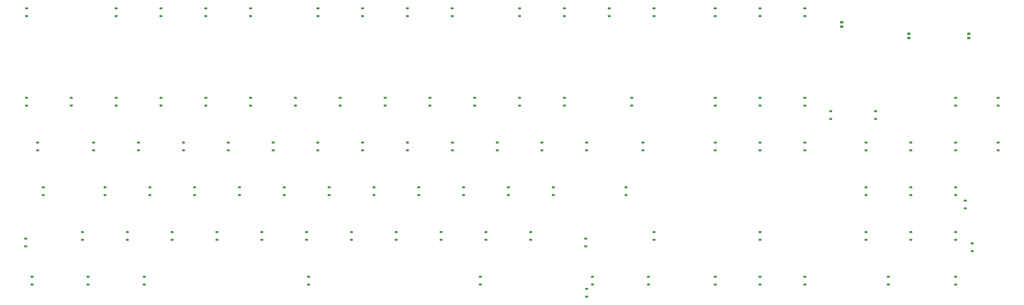
<source format=gbp>
%TF.GenerationSoftware,KiCad,Pcbnew,(6.0.10)*%
%TF.CreationDate,2023-01-23T12:02:21-06:00*%
%TF.ProjectId,AT101W,41543130-3157-42e6-9b69-6361645f7063,rev?*%
%TF.SameCoordinates,Original*%
%TF.FileFunction,Paste,Bot*%
%TF.FilePolarity,Positive*%
%FSLAX46Y46*%
G04 Gerber Fmt 4.6, Leading zero omitted, Abs format (unit mm)*
G04 Created by KiCad (PCBNEW (6.0.10)) date 2023-01-23 12:02:21*
%MOMM*%
%LPD*%
G01*
G04 APERTURE LIST*
G04 Aperture macros list*
%AMRoundRect*
0 Rectangle with rounded corners*
0 $1 Rounding radius*
0 $2 $3 $4 $5 $6 $7 $8 $9 X,Y pos of 4 corners*
0 Add a 4 corners polygon primitive as box body*
4,1,4,$2,$3,$4,$5,$6,$7,$8,$9,$2,$3,0*
0 Add four circle primitives for the rounded corners*
1,1,$1+$1,$2,$3*
1,1,$1+$1,$4,$5*
1,1,$1+$1,$6,$7*
1,1,$1+$1,$8,$9*
0 Add four rect primitives between the rounded corners*
20,1,$1+$1,$2,$3,$4,$5,0*
20,1,$1+$1,$4,$5,$6,$7,0*
20,1,$1+$1,$6,$7,$8,$9,0*
20,1,$1+$1,$8,$9,$2,$3,0*%
G04 Aperture macros list end*
%ADD10RoundRect,0.250000X-0.450000X0.262500X-0.450000X-0.262500X0.450000X-0.262500X0.450000X0.262500X0*%
%ADD11RoundRect,0.250000X0.450000X-0.262500X0.450000X0.262500X-0.450000X0.262500X-0.450000X-0.262500X0*%
%ADD12R,1.200000X0.900000*%
G04 APERTURE END LIST*
D10*
X373025000Y-20537500D03*
X373025000Y-22362500D03*
D11*
X401500000Y-27212500D03*
X401500000Y-25387500D03*
X427000000Y-27212500D03*
X427000000Y-25387500D03*
D12*
X26600000Y-17850000D03*
X26600000Y-14550000D03*
X64650000Y-17850000D03*
X64650000Y-14550000D03*
X83700000Y-17850000D03*
X83700000Y-14550000D03*
X102750000Y-17850000D03*
X102750000Y-14550000D03*
X121800000Y-17850000D03*
X121800000Y-14550000D03*
X150400000Y-17850000D03*
X150400000Y-14550000D03*
X169400000Y-17850000D03*
X169400000Y-14550000D03*
X188450000Y-17850000D03*
X188450000Y-14550000D03*
X207500000Y-17850000D03*
X207500000Y-14550000D03*
X236100000Y-17850000D03*
X236100000Y-14550000D03*
X255150000Y-17850000D03*
X255150000Y-14550000D03*
X274200000Y-17850000D03*
X274200000Y-14550000D03*
X293250000Y-17850000D03*
X293250000Y-14550000D03*
X319250000Y-17850000D03*
X319250000Y-14550000D03*
X338300000Y-17850000D03*
X338300000Y-14550000D03*
X357350000Y-17850000D03*
X357350000Y-14550000D03*
X26550000Y-55950000D03*
X26550000Y-52650000D03*
X45600000Y-55950000D03*
X45600000Y-52650000D03*
X64650000Y-55950000D03*
X64650000Y-52650000D03*
X83700000Y-55950000D03*
X83700000Y-52650000D03*
X102750000Y-55950000D03*
X102750000Y-52650000D03*
X121800000Y-55950000D03*
X121800000Y-52650000D03*
X140850000Y-55950000D03*
X140850000Y-52650000D03*
X159900000Y-55950000D03*
X159900000Y-52650000D03*
X178950000Y-55950000D03*
X178950000Y-52650000D03*
X198000000Y-55950000D03*
X198000000Y-52650000D03*
X217050000Y-55950000D03*
X217050000Y-52650000D03*
X236100000Y-55950000D03*
X236100000Y-52650000D03*
X255150000Y-55950000D03*
X255150000Y-52650000D03*
X283750000Y-55950000D03*
X283750000Y-52650000D03*
X319250000Y-55950000D03*
X319250000Y-52650000D03*
X338300000Y-55950000D03*
X338300000Y-52650000D03*
X357350000Y-55950000D03*
X357350000Y-52650000D03*
X368350000Y-58350000D03*
X368350000Y-61650000D03*
X387400000Y-58350000D03*
X387400000Y-61650000D03*
X421450000Y-55950000D03*
X421450000Y-52650000D03*
X439500000Y-55950000D03*
X439500000Y-52650000D03*
X31300000Y-75000000D03*
X31300000Y-71700000D03*
X55100000Y-75000000D03*
X55100000Y-71700000D03*
X74150000Y-75000000D03*
X74150000Y-71700000D03*
X93250000Y-75000000D03*
X93250000Y-71700000D03*
X112300000Y-75000000D03*
X112300000Y-71700000D03*
X131350000Y-75000000D03*
X131350000Y-71700000D03*
X150350000Y-75000000D03*
X150350000Y-71700000D03*
X169400000Y-75000000D03*
X169400000Y-71700000D03*
X188450000Y-75000000D03*
X188450000Y-71700000D03*
X207550000Y-75000000D03*
X207550000Y-71700000D03*
X226600000Y-75000000D03*
X226600000Y-71700000D03*
X245600000Y-75000000D03*
X245600000Y-71700000D03*
X264650000Y-75000000D03*
X264650000Y-71700000D03*
X288500000Y-75000000D03*
X288500000Y-71700000D03*
X319250000Y-75000000D03*
X319250000Y-71700000D03*
X338300000Y-75000000D03*
X338300000Y-71700000D03*
X357350000Y-75000000D03*
X357350000Y-71700000D03*
X383350000Y-75000000D03*
X383350000Y-71700000D03*
X402400000Y-75000000D03*
X402400000Y-71700000D03*
X421450000Y-75000000D03*
X421450000Y-71700000D03*
X439500000Y-75000000D03*
X439500000Y-71700000D03*
X33700000Y-94050000D03*
X33700000Y-90750000D03*
X59900000Y-94050000D03*
X59900000Y-90750000D03*
X78950000Y-94050000D03*
X78950000Y-90750000D03*
X98000000Y-94050000D03*
X98000000Y-90750000D03*
X117050000Y-94050000D03*
X117050000Y-90750000D03*
X136100000Y-94050000D03*
X136100000Y-90750000D03*
X155150000Y-94050000D03*
X155150000Y-90750000D03*
X174200000Y-94050000D03*
X174200000Y-90750000D03*
X193250000Y-94050000D03*
X193250000Y-90750000D03*
X212300000Y-94050000D03*
X212300000Y-90750000D03*
X231350000Y-94050000D03*
X231350000Y-90750000D03*
X250400000Y-94050000D03*
X250400000Y-90750000D03*
X281350000Y-94050000D03*
X281350000Y-90750000D03*
X383350000Y-94050000D03*
X383350000Y-90750000D03*
X402400000Y-94050000D03*
X402400000Y-90750000D03*
X421450000Y-94050000D03*
X421450000Y-90750000D03*
X425500000Y-96450000D03*
X425500000Y-99750000D03*
X26250000Y-115950000D03*
X26250000Y-112650000D03*
X69400000Y-113100000D03*
X69400000Y-109800000D03*
X88450000Y-113100000D03*
X88450000Y-109800000D03*
X107500000Y-113100000D03*
X107500000Y-109800000D03*
X126550000Y-113100000D03*
X126550000Y-109800000D03*
X145600000Y-113100000D03*
X145600000Y-109800000D03*
X164650000Y-113100000D03*
X164650000Y-109800000D03*
X183700000Y-113100000D03*
X183700000Y-109800000D03*
X202750000Y-113100000D03*
X202750000Y-109800000D03*
X221800000Y-113100000D03*
X221800000Y-109800000D03*
X240850000Y-113100000D03*
X240850000Y-109800000D03*
X264250000Y-115950000D03*
X264250000Y-112650000D03*
X293250000Y-113100000D03*
X293250000Y-109800000D03*
X338300000Y-113100000D03*
X338300000Y-109800000D03*
X383350000Y-113100000D03*
X383350000Y-109800000D03*
X402400000Y-113100000D03*
X402400000Y-109800000D03*
X421450000Y-113100000D03*
X421450000Y-109800000D03*
X428500000Y-114650000D03*
X428500000Y-117950000D03*
X28950000Y-132150000D03*
X28950000Y-128850000D03*
X52750000Y-132150000D03*
X52750000Y-128850000D03*
X76550000Y-132150000D03*
X76550000Y-128850000D03*
X146450000Y-132150000D03*
X146450000Y-128850000D03*
X219450000Y-132150000D03*
X219450000Y-128850000D03*
X264650000Y-134050000D03*
X264650000Y-137350000D03*
X267050000Y-132150000D03*
X267050000Y-128850000D03*
X290850000Y-132150000D03*
X290850000Y-128850000D03*
X319250000Y-132150000D03*
X319250000Y-128850000D03*
X338300000Y-132150000D03*
X338300000Y-128850000D03*
X357350000Y-132150000D03*
X357350000Y-128850000D03*
X392850000Y-132150000D03*
X392850000Y-128850000D03*
X421450000Y-132150000D03*
X421450000Y-128850000D03*
X50350000Y-113100000D03*
X50350000Y-109800000D03*
M02*

</source>
